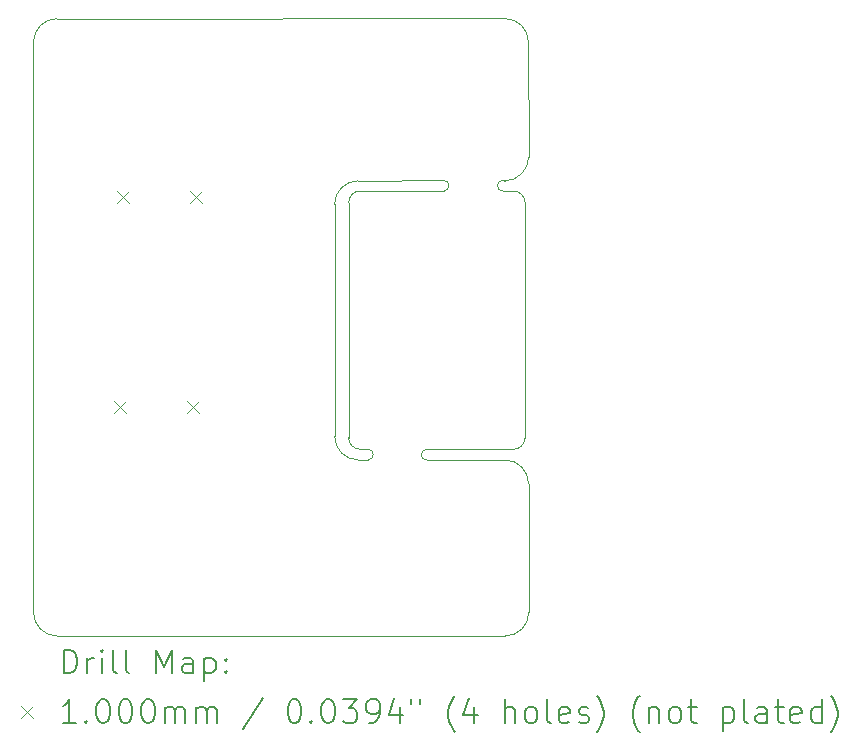
<source format=gbr>
%TF.GenerationSoftware,KiCad,Pcbnew,8.0.4*%
%TF.CreationDate,2024-08-25T20:18:55-07:00*%
%TF.ProjectId,Croissant,43726f69-7373-4616-9e74-2e6b69636164,rev?*%
%TF.SameCoordinates,Original*%
%TF.FileFunction,Drillmap*%
%TF.FilePolarity,Positive*%
%FSLAX45Y45*%
G04 Gerber Fmt 4.5, Leading zero omitted, Abs format (unit mm)*
G04 Created by KiCad (PCBNEW 8.0.4) date 2024-08-25 20:18:55*
%MOMM*%
%LPD*%
G01*
G04 APERTURE LIST*
%ADD10C,0.050000*%
%ADD11C,0.100000*%
%ADD12C,0.200000*%
G04 APERTURE END LIST*
D10*
X8773544Y-5932380D02*
G75*
G02*
X8773544Y-5842760I6J44810D01*
G01*
D11*
X7549480Y-8209528D02*
X7632610Y-8209814D01*
D10*
X8862358Y-5932472D02*
G75*
G02*
X8962358Y-6032472I2J-99998D01*
G01*
X8773544Y-5932380D02*
X8862358Y-5932472D01*
X7567838Y-5932472D02*
X8273544Y-5932380D01*
D11*
X8793979Y-9700000D02*
X5000000Y-9700000D01*
D10*
X7632610Y-8120186D02*
X7567838Y-8120000D01*
X7467838Y-6032472D02*
G75*
G02*
X7567838Y-5932468I100002J2D01*
G01*
X8862358Y-8120000D02*
X8128000Y-8120186D01*
D11*
X8991400Y-5646000D02*
G75*
G02*
X8791400Y-5846000I-200010J10D01*
G01*
D10*
X8962358Y-6032472D02*
X8962358Y-8020000D01*
D11*
X8991301Y-4672061D02*
X8991400Y-5646000D01*
X5000000Y-4473000D02*
X8791301Y-4472061D01*
X7349480Y-6046000D02*
X7349480Y-8009528D01*
X8791400Y-8209528D02*
G75*
G02*
X8991402Y-8409528I0J-200002D01*
G01*
D10*
X8273544Y-5842752D02*
G75*
G02*
X8273544Y-5932388I6J-44818D01*
G01*
X8962358Y-8020000D02*
G75*
G02*
X8862358Y-8119998I-99998J0D01*
G01*
X7467838Y-8020000D02*
X7467838Y-6032472D01*
D11*
X4800000Y-9500000D02*
X4800000Y-4673000D01*
X5000000Y-9700000D02*
G75*
G02*
X4800000Y-9500000I0J200000D01*
G01*
D10*
X8128000Y-8209814D02*
G75*
G02*
X8128000Y-8120186I0J44814D01*
G01*
D11*
X8993979Y-9500000D02*
G75*
G02*
X8793979Y-9699999I-199999J0D01*
G01*
X8273544Y-5842752D02*
X7549480Y-5846000D01*
X8991400Y-8409528D02*
X8993979Y-9500000D01*
D10*
X7567838Y-8120000D02*
G75*
G02*
X7467840Y-8020000I2J100000D01*
G01*
X7632610Y-8120186D02*
G75*
G02*
X7632610Y-8209814I0J-44814D01*
G01*
D11*
X4800000Y-4673000D02*
G75*
G02*
X5000000Y-4473000I200000J0D01*
G01*
X7349480Y-6046000D02*
G75*
G02*
X7549480Y-5846000I200000J0D01*
G01*
X7549480Y-8209528D02*
G75*
G02*
X7349482Y-8009528I0J199998D01*
G01*
X8791400Y-5846000D02*
X8773544Y-5842752D01*
X8791301Y-4472061D02*
G75*
G02*
X8991299Y-4672061I-1J-199999D01*
G01*
X8128000Y-8209814D02*
X8791400Y-8209528D01*
D12*
D11*
X5484000Y-7715000D02*
X5584000Y-7815000D01*
X5584000Y-7715000D02*
X5484000Y-7815000D01*
X5509111Y-5935936D02*
X5609111Y-6035936D01*
X5609111Y-5935936D02*
X5509111Y-6035936D01*
X6099000Y-7715000D02*
X6199000Y-7815000D01*
X6199000Y-7715000D02*
X6099000Y-7815000D01*
X6124111Y-5935936D02*
X6224111Y-6035936D01*
X6224111Y-5935936D02*
X6124111Y-6035936D01*
D12*
X5055777Y-10016484D02*
X5055777Y-9816484D01*
X5055777Y-9816484D02*
X5103396Y-9816484D01*
X5103396Y-9816484D02*
X5131967Y-9826008D01*
X5131967Y-9826008D02*
X5151015Y-9845055D01*
X5151015Y-9845055D02*
X5160539Y-9864103D01*
X5160539Y-9864103D02*
X5170063Y-9902198D01*
X5170063Y-9902198D02*
X5170063Y-9930770D01*
X5170063Y-9930770D02*
X5160539Y-9968865D01*
X5160539Y-9968865D02*
X5151015Y-9987912D01*
X5151015Y-9987912D02*
X5131967Y-10006960D01*
X5131967Y-10006960D02*
X5103396Y-10016484D01*
X5103396Y-10016484D02*
X5055777Y-10016484D01*
X5255777Y-10016484D02*
X5255777Y-9883150D01*
X5255777Y-9921246D02*
X5265301Y-9902198D01*
X5265301Y-9902198D02*
X5274824Y-9892674D01*
X5274824Y-9892674D02*
X5293872Y-9883150D01*
X5293872Y-9883150D02*
X5312920Y-9883150D01*
X5379586Y-10016484D02*
X5379586Y-9883150D01*
X5379586Y-9816484D02*
X5370063Y-9826008D01*
X5370063Y-9826008D02*
X5379586Y-9835531D01*
X5379586Y-9835531D02*
X5389110Y-9826008D01*
X5389110Y-9826008D02*
X5379586Y-9816484D01*
X5379586Y-9816484D02*
X5379586Y-9835531D01*
X5503396Y-10016484D02*
X5484348Y-10006960D01*
X5484348Y-10006960D02*
X5474824Y-9987912D01*
X5474824Y-9987912D02*
X5474824Y-9816484D01*
X5608158Y-10016484D02*
X5589110Y-10006960D01*
X5589110Y-10006960D02*
X5579586Y-9987912D01*
X5579586Y-9987912D02*
X5579586Y-9816484D01*
X5836729Y-10016484D02*
X5836729Y-9816484D01*
X5836729Y-9816484D02*
X5903396Y-9959341D01*
X5903396Y-9959341D02*
X5970062Y-9816484D01*
X5970062Y-9816484D02*
X5970062Y-10016484D01*
X6151015Y-10016484D02*
X6151015Y-9911722D01*
X6151015Y-9911722D02*
X6141491Y-9892674D01*
X6141491Y-9892674D02*
X6122443Y-9883150D01*
X6122443Y-9883150D02*
X6084348Y-9883150D01*
X6084348Y-9883150D02*
X6065301Y-9892674D01*
X6151015Y-10006960D02*
X6131967Y-10016484D01*
X6131967Y-10016484D02*
X6084348Y-10016484D01*
X6084348Y-10016484D02*
X6065301Y-10006960D01*
X6065301Y-10006960D02*
X6055777Y-9987912D01*
X6055777Y-9987912D02*
X6055777Y-9968865D01*
X6055777Y-9968865D02*
X6065301Y-9949817D01*
X6065301Y-9949817D02*
X6084348Y-9940293D01*
X6084348Y-9940293D02*
X6131967Y-9940293D01*
X6131967Y-9940293D02*
X6151015Y-9930770D01*
X6246253Y-9883150D02*
X6246253Y-10083150D01*
X6246253Y-9892674D02*
X6265301Y-9883150D01*
X6265301Y-9883150D02*
X6303396Y-9883150D01*
X6303396Y-9883150D02*
X6322443Y-9892674D01*
X6322443Y-9892674D02*
X6331967Y-9902198D01*
X6331967Y-9902198D02*
X6341491Y-9921246D01*
X6341491Y-9921246D02*
X6341491Y-9978389D01*
X6341491Y-9978389D02*
X6331967Y-9997436D01*
X6331967Y-9997436D02*
X6322443Y-10006960D01*
X6322443Y-10006960D02*
X6303396Y-10016484D01*
X6303396Y-10016484D02*
X6265301Y-10016484D01*
X6265301Y-10016484D02*
X6246253Y-10006960D01*
X6427205Y-9997436D02*
X6436729Y-10006960D01*
X6436729Y-10006960D02*
X6427205Y-10016484D01*
X6427205Y-10016484D02*
X6417682Y-10006960D01*
X6417682Y-10006960D02*
X6427205Y-9997436D01*
X6427205Y-9997436D02*
X6427205Y-10016484D01*
X6427205Y-9892674D02*
X6436729Y-9902198D01*
X6436729Y-9902198D02*
X6427205Y-9911722D01*
X6427205Y-9911722D02*
X6417682Y-9902198D01*
X6417682Y-9902198D02*
X6427205Y-9892674D01*
X6427205Y-9892674D02*
X6427205Y-9911722D01*
D11*
X4695000Y-10295000D02*
X4795000Y-10395000D01*
X4795000Y-10295000D02*
X4695000Y-10395000D01*
D12*
X5160539Y-10436484D02*
X5046253Y-10436484D01*
X5103396Y-10436484D02*
X5103396Y-10236484D01*
X5103396Y-10236484D02*
X5084348Y-10265055D01*
X5084348Y-10265055D02*
X5065301Y-10284103D01*
X5065301Y-10284103D02*
X5046253Y-10293627D01*
X5246253Y-10417436D02*
X5255777Y-10426960D01*
X5255777Y-10426960D02*
X5246253Y-10436484D01*
X5246253Y-10436484D02*
X5236729Y-10426960D01*
X5236729Y-10426960D02*
X5246253Y-10417436D01*
X5246253Y-10417436D02*
X5246253Y-10436484D01*
X5379586Y-10236484D02*
X5398634Y-10236484D01*
X5398634Y-10236484D02*
X5417682Y-10246008D01*
X5417682Y-10246008D02*
X5427205Y-10255531D01*
X5427205Y-10255531D02*
X5436729Y-10274579D01*
X5436729Y-10274579D02*
X5446253Y-10312674D01*
X5446253Y-10312674D02*
X5446253Y-10360293D01*
X5446253Y-10360293D02*
X5436729Y-10398389D01*
X5436729Y-10398389D02*
X5427205Y-10417436D01*
X5427205Y-10417436D02*
X5417682Y-10426960D01*
X5417682Y-10426960D02*
X5398634Y-10436484D01*
X5398634Y-10436484D02*
X5379586Y-10436484D01*
X5379586Y-10436484D02*
X5360539Y-10426960D01*
X5360539Y-10426960D02*
X5351015Y-10417436D01*
X5351015Y-10417436D02*
X5341491Y-10398389D01*
X5341491Y-10398389D02*
X5331967Y-10360293D01*
X5331967Y-10360293D02*
X5331967Y-10312674D01*
X5331967Y-10312674D02*
X5341491Y-10274579D01*
X5341491Y-10274579D02*
X5351015Y-10255531D01*
X5351015Y-10255531D02*
X5360539Y-10246008D01*
X5360539Y-10246008D02*
X5379586Y-10236484D01*
X5570063Y-10236484D02*
X5589110Y-10236484D01*
X5589110Y-10236484D02*
X5608158Y-10246008D01*
X5608158Y-10246008D02*
X5617682Y-10255531D01*
X5617682Y-10255531D02*
X5627205Y-10274579D01*
X5627205Y-10274579D02*
X5636729Y-10312674D01*
X5636729Y-10312674D02*
X5636729Y-10360293D01*
X5636729Y-10360293D02*
X5627205Y-10398389D01*
X5627205Y-10398389D02*
X5617682Y-10417436D01*
X5617682Y-10417436D02*
X5608158Y-10426960D01*
X5608158Y-10426960D02*
X5589110Y-10436484D01*
X5589110Y-10436484D02*
X5570063Y-10436484D01*
X5570063Y-10436484D02*
X5551015Y-10426960D01*
X5551015Y-10426960D02*
X5541491Y-10417436D01*
X5541491Y-10417436D02*
X5531967Y-10398389D01*
X5531967Y-10398389D02*
X5522444Y-10360293D01*
X5522444Y-10360293D02*
X5522444Y-10312674D01*
X5522444Y-10312674D02*
X5531967Y-10274579D01*
X5531967Y-10274579D02*
X5541491Y-10255531D01*
X5541491Y-10255531D02*
X5551015Y-10246008D01*
X5551015Y-10246008D02*
X5570063Y-10236484D01*
X5760539Y-10236484D02*
X5779586Y-10236484D01*
X5779586Y-10236484D02*
X5798634Y-10246008D01*
X5798634Y-10246008D02*
X5808158Y-10255531D01*
X5808158Y-10255531D02*
X5817682Y-10274579D01*
X5817682Y-10274579D02*
X5827205Y-10312674D01*
X5827205Y-10312674D02*
X5827205Y-10360293D01*
X5827205Y-10360293D02*
X5817682Y-10398389D01*
X5817682Y-10398389D02*
X5808158Y-10417436D01*
X5808158Y-10417436D02*
X5798634Y-10426960D01*
X5798634Y-10426960D02*
X5779586Y-10436484D01*
X5779586Y-10436484D02*
X5760539Y-10436484D01*
X5760539Y-10436484D02*
X5741491Y-10426960D01*
X5741491Y-10426960D02*
X5731967Y-10417436D01*
X5731967Y-10417436D02*
X5722443Y-10398389D01*
X5722443Y-10398389D02*
X5712920Y-10360293D01*
X5712920Y-10360293D02*
X5712920Y-10312674D01*
X5712920Y-10312674D02*
X5722443Y-10274579D01*
X5722443Y-10274579D02*
X5731967Y-10255531D01*
X5731967Y-10255531D02*
X5741491Y-10246008D01*
X5741491Y-10246008D02*
X5760539Y-10236484D01*
X5912920Y-10436484D02*
X5912920Y-10303150D01*
X5912920Y-10322198D02*
X5922443Y-10312674D01*
X5922443Y-10312674D02*
X5941491Y-10303150D01*
X5941491Y-10303150D02*
X5970063Y-10303150D01*
X5970063Y-10303150D02*
X5989110Y-10312674D01*
X5989110Y-10312674D02*
X5998634Y-10331722D01*
X5998634Y-10331722D02*
X5998634Y-10436484D01*
X5998634Y-10331722D02*
X6008158Y-10312674D01*
X6008158Y-10312674D02*
X6027205Y-10303150D01*
X6027205Y-10303150D02*
X6055777Y-10303150D01*
X6055777Y-10303150D02*
X6074824Y-10312674D01*
X6074824Y-10312674D02*
X6084348Y-10331722D01*
X6084348Y-10331722D02*
X6084348Y-10436484D01*
X6179586Y-10436484D02*
X6179586Y-10303150D01*
X6179586Y-10322198D02*
X6189110Y-10312674D01*
X6189110Y-10312674D02*
X6208158Y-10303150D01*
X6208158Y-10303150D02*
X6236729Y-10303150D01*
X6236729Y-10303150D02*
X6255777Y-10312674D01*
X6255777Y-10312674D02*
X6265301Y-10331722D01*
X6265301Y-10331722D02*
X6265301Y-10436484D01*
X6265301Y-10331722D02*
X6274824Y-10312674D01*
X6274824Y-10312674D02*
X6293872Y-10303150D01*
X6293872Y-10303150D02*
X6322443Y-10303150D01*
X6322443Y-10303150D02*
X6341491Y-10312674D01*
X6341491Y-10312674D02*
X6351015Y-10331722D01*
X6351015Y-10331722D02*
X6351015Y-10436484D01*
X6741491Y-10226960D02*
X6570063Y-10484103D01*
X6998634Y-10236484D02*
X7017682Y-10236484D01*
X7017682Y-10236484D02*
X7036729Y-10246008D01*
X7036729Y-10246008D02*
X7046253Y-10255531D01*
X7046253Y-10255531D02*
X7055777Y-10274579D01*
X7055777Y-10274579D02*
X7065301Y-10312674D01*
X7065301Y-10312674D02*
X7065301Y-10360293D01*
X7065301Y-10360293D02*
X7055777Y-10398389D01*
X7055777Y-10398389D02*
X7046253Y-10417436D01*
X7046253Y-10417436D02*
X7036729Y-10426960D01*
X7036729Y-10426960D02*
X7017682Y-10436484D01*
X7017682Y-10436484D02*
X6998634Y-10436484D01*
X6998634Y-10436484D02*
X6979586Y-10426960D01*
X6979586Y-10426960D02*
X6970063Y-10417436D01*
X6970063Y-10417436D02*
X6960539Y-10398389D01*
X6960539Y-10398389D02*
X6951015Y-10360293D01*
X6951015Y-10360293D02*
X6951015Y-10312674D01*
X6951015Y-10312674D02*
X6960539Y-10274579D01*
X6960539Y-10274579D02*
X6970063Y-10255531D01*
X6970063Y-10255531D02*
X6979586Y-10246008D01*
X6979586Y-10246008D02*
X6998634Y-10236484D01*
X7151015Y-10417436D02*
X7160539Y-10426960D01*
X7160539Y-10426960D02*
X7151015Y-10436484D01*
X7151015Y-10436484D02*
X7141491Y-10426960D01*
X7141491Y-10426960D02*
X7151015Y-10417436D01*
X7151015Y-10417436D02*
X7151015Y-10436484D01*
X7284348Y-10236484D02*
X7303396Y-10236484D01*
X7303396Y-10236484D02*
X7322444Y-10246008D01*
X7322444Y-10246008D02*
X7331967Y-10255531D01*
X7331967Y-10255531D02*
X7341491Y-10274579D01*
X7341491Y-10274579D02*
X7351015Y-10312674D01*
X7351015Y-10312674D02*
X7351015Y-10360293D01*
X7351015Y-10360293D02*
X7341491Y-10398389D01*
X7341491Y-10398389D02*
X7331967Y-10417436D01*
X7331967Y-10417436D02*
X7322444Y-10426960D01*
X7322444Y-10426960D02*
X7303396Y-10436484D01*
X7303396Y-10436484D02*
X7284348Y-10436484D01*
X7284348Y-10436484D02*
X7265301Y-10426960D01*
X7265301Y-10426960D02*
X7255777Y-10417436D01*
X7255777Y-10417436D02*
X7246253Y-10398389D01*
X7246253Y-10398389D02*
X7236729Y-10360293D01*
X7236729Y-10360293D02*
X7236729Y-10312674D01*
X7236729Y-10312674D02*
X7246253Y-10274579D01*
X7246253Y-10274579D02*
X7255777Y-10255531D01*
X7255777Y-10255531D02*
X7265301Y-10246008D01*
X7265301Y-10246008D02*
X7284348Y-10236484D01*
X7417682Y-10236484D02*
X7541491Y-10236484D01*
X7541491Y-10236484D02*
X7474825Y-10312674D01*
X7474825Y-10312674D02*
X7503396Y-10312674D01*
X7503396Y-10312674D02*
X7522444Y-10322198D01*
X7522444Y-10322198D02*
X7531967Y-10331722D01*
X7531967Y-10331722D02*
X7541491Y-10350770D01*
X7541491Y-10350770D02*
X7541491Y-10398389D01*
X7541491Y-10398389D02*
X7531967Y-10417436D01*
X7531967Y-10417436D02*
X7522444Y-10426960D01*
X7522444Y-10426960D02*
X7503396Y-10436484D01*
X7503396Y-10436484D02*
X7446253Y-10436484D01*
X7446253Y-10436484D02*
X7427206Y-10426960D01*
X7427206Y-10426960D02*
X7417682Y-10417436D01*
X7636729Y-10436484D02*
X7674825Y-10436484D01*
X7674825Y-10436484D02*
X7693872Y-10426960D01*
X7693872Y-10426960D02*
X7703396Y-10417436D01*
X7703396Y-10417436D02*
X7722444Y-10388865D01*
X7722444Y-10388865D02*
X7731967Y-10350770D01*
X7731967Y-10350770D02*
X7731967Y-10274579D01*
X7731967Y-10274579D02*
X7722444Y-10255531D01*
X7722444Y-10255531D02*
X7712920Y-10246008D01*
X7712920Y-10246008D02*
X7693872Y-10236484D01*
X7693872Y-10236484D02*
X7655777Y-10236484D01*
X7655777Y-10236484D02*
X7636729Y-10246008D01*
X7636729Y-10246008D02*
X7627206Y-10255531D01*
X7627206Y-10255531D02*
X7617682Y-10274579D01*
X7617682Y-10274579D02*
X7617682Y-10322198D01*
X7617682Y-10322198D02*
X7627206Y-10341246D01*
X7627206Y-10341246D02*
X7636729Y-10350770D01*
X7636729Y-10350770D02*
X7655777Y-10360293D01*
X7655777Y-10360293D02*
X7693872Y-10360293D01*
X7693872Y-10360293D02*
X7712920Y-10350770D01*
X7712920Y-10350770D02*
X7722444Y-10341246D01*
X7722444Y-10341246D02*
X7731967Y-10322198D01*
X7903396Y-10303150D02*
X7903396Y-10436484D01*
X7855777Y-10226960D02*
X7808158Y-10369817D01*
X7808158Y-10369817D02*
X7931967Y-10369817D01*
X7998634Y-10236484D02*
X7998634Y-10274579D01*
X8074825Y-10236484D02*
X8074825Y-10274579D01*
X8370063Y-10512674D02*
X8360539Y-10503150D01*
X8360539Y-10503150D02*
X8341491Y-10474579D01*
X8341491Y-10474579D02*
X8331968Y-10455531D01*
X8331968Y-10455531D02*
X8322444Y-10426960D01*
X8322444Y-10426960D02*
X8312920Y-10379341D01*
X8312920Y-10379341D02*
X8312920Y-10341246D01*
X8312920Y-10341246D02*
X8322444Y-10293627D01*
X8322444Y-10293627D02*
X8331968Y-10265055D01*
X8331968Y-10265055D02*
X8341491Y-10246008D01*
X8341491Y-10246008D02*
X8360539Y-10217436D01*
X8360539Y-10217436D02*
X8370063Y-10207912D01*
X8531968Y-10303150D02*
X8531968Y-10436484D01*
X8484349Y-10226960D02*
X8436730Y-10369817D01*
X8436730Y-10369817D02*
X8560539Y-10369817D01*
X8789111Y-10436484D02*
X8789111Y-10236484D01*
X8874825Y-10436484D02*
X8874825Y-10331722D01*
X8874825Y-10331722D02*
X8865301Y-10312674D01*
X8865301Y-10312674D02*
X8846253Y-10303150D01*
X8846253Y-10303150D02*
X8817682Y-10303150D01*
X8817682Y-10303150D02*
X8798634Y-10312674D01*
X8798634Y-10312674D02*
X8789111Y-10322198D01*
X8998634Y-10436484D02*
X8979587Y-10426960D01*
X8979587Y-10426960D02*
X8970063Y-10417436D01*
X8970063Y-10417436D02*
X8960539Y-10398389D01*
X8960539Y-10398389D02*
X8960539Y-10341246D01*
X8960539Y-10341246D02*
X8970063Y-10322198D01*
X8970063Y-10322198D02*
X8979587Y-10312674D01*
X8979587Y-10312674D02*
X8998634Y-10303150D01*
X8998634Y-10303150D02*
X9027206Y-10303150D01*
X9027206Y-10303150D02*
X9046253Y-10312674D01*
X9046253Y-10312674D02*
X9055777Y-10322198D01*
X9055777Y-10322198D02*
X9065301Y-10341246D01*
X9065301Y-10341246D02*
X9065301Y-10398389D01*
X9065301Y-10398389D02*
X9055777Y-10417436D01*
X9055777Y-10417436D02*
X9046253Y-10426960D01*
X9046253Y-10426960D02*
X9027206Y-10436484D01*
X9027206Y-10436484D02*
X8998634Y-10436484D01*
X9179587Y-10436484D02*
X9160539Y-10426960D01*
X9160539Y-10426960D02*
X9151015Y-10407912D01*
X9151015Y-10407912D02*
X9151015Y-10236484D01*
X9331968Y-10426960D02*
X9312920Y-10436484D01*
X9312920Y-10436484D02*
X9274825Y-10436484D01*
X9274825Y-10436484D02*
X9255777Y-10426960D01*
X9255777Y-10426960D02*
X9246253Y-10407912D01*
X9246253Y-10407912D02*
X9246253Y-10331722D01*
X9246253Y-10331722D02*
X9255777Y-10312674D01*
X9255777Y-10312674D02*
X9274825Y-10303150D01*
X9274825Y-10303150D02*
X9312920Y-10303150D01*
X9312920Y-10303150D02*
X9331968Y-10312674D01*
X9331968Y-10312674D02*
X9341492Y-10331722D01*
X9341492Y-10331722D02*
X9341492Y-10350770D01*
X9341492Y-10350770D02*
X9246253Y-10369817D01*
X9417682Y-10426960D02*
X9436730Y-10436484D01*
X9436730Y-10436484D02*
X9474825Y-10436484D01*
X9474825Y-10436484D02*
X9493873Y-10426960D01*
X9493873Y-10426960D02*
X9503396Y-10407912D01*
X9503396Y-10407912D02*
X9503396Y-10398389D01*
X9503396Y-10398389D02*
X9493873Y-10379341D01*
X9493873Y-10379341D02*
X9474825Y-10369817D01*
X9474825Y-10369817D02*
X9446253Y-10369817D01*
X9446253Y-10369817D02*
X9427206Y-10360293D01*
X9427206Y-10360293D02*
X9417682Y-10341246D01*
X9417682Y-10341246D02*
X9417682Y-10331722D01*
X9417682Y-10331722D02*
X9427206Y-10312674D01*
X9427206Y-10312674D02*
X9446253Y-10303150D01*
X9446253Y-10303150D02*
X9474825Y-10303150D01*
X9474825Y-10303150D02*
X9493873Y-10312674D01*
X9570063Y-10512674D02*
X9579587Y-10503150D01*
X9579587Y-10503150D02*
X9598634Y-10474579D01*
X9598634Y-10474579D02*
X9608158Y-10455531D01*
X9608158Y-10455531D02*
X9617682Y-10426960D01*
X9617682Y-10426960D02*
X9627206Y-10379341D01*
X9627206Y-10379341D02*
X9627206Y-10341246D01*
X9627206Y-10341246D02*
X9617682Y-10293627D01*
X9617682Y-10293627D02*
X9608158Y-10265055D01*
X9608158Y-10265055D02*
X9598634Y-10246008D01*
X9598634Y-10246008D02*
X9579587Y-10217436D01*
X9579587Y-10217436D02*
X9570063Y-10207912D01*
X9931968Y-10512674D02*
X9922444Y-10503150D01*
X9922444Y-10503150D02*
X9903396Y-10474579D01*
X9903396Y-10474579D02*
X9893873Y-10455531D01*
X9893873Y-10455531D02*
X9884349Y-10426960D01*
X9884349Y-10426960D02*
X9874825Y-10379341D01*
X9874825Y-10379341D02*
X9874825Y-10341246D01*
X9874825Y-10341246D02*
X9884349Y-10293627D01*
X9884349Y-10293627D02*
X9893873Y-10265055D01*
X9893873Y-10265055D02*
X9903396Y-10246008D01*
X9903396Y-10246008D02*
X9922444Y-10217436D01*
X9922444Y-10217436D02*
X9931968Y-10207912D01*
X10008158Y-10303150D02*
X10008158Y-10436484D01*
X10008158Y-10322198D02*
X10017682Y-10312674D01*
X10017682Y-10312674D02*
X10036730Y-10303150D01*
X10036730Y-10303150D02*
X10065301Y-10303150D01*
X10065301Y-10303150D02*
X10084349Y-10312674D01*
X10084349Y-10312674D02*
X10093873Y-10331722D01*
X10093873Y-10331722D02*
X10093873Y-10436484D01*
X10217682Y-10436484D02*
X10198634Y-10426960D01*
X10198634Y-10426960D02*
X10189111Y-10417436D01*
X10189111Y-10417436D02*
X10179587Y-10398389D01*
X10179587Y-10398389D02*
X10179587Y-10341246D01*
X10179587Y-10341246D02*
X10189111Y-10322198D01*
X10189111Y-10322198D02*
X10198634Y-10312674D01*
X10198634Y-10312674D02*
X10217682Y-10303150D01*
X10217682Y-10303150D02*
X10246254Y-10303150D01*
X10246254Y-10303150D02*
X10265301Y-10312674D01*
X10265301Y-10312674D02*
X10274825Y-10322198D01*
X10274825Y-10322198D02*
X10284349Y-10341246D01*
X10284349Y-10341246D02*
X10284349Y-10398389D01*
X10284349Y-10398389D02*
X10274825Y-10417436D01*
X10274825Y-10417436D02*
X10265301Y-10426960D01*
X10265301Y-10426960D02*
X10246254Y-10436484D01*
X10246254Y-10436484D02*
X10217682Y-10436484D01*
X10341492Y-10303150D02*
X10417682Y-10303150D01*
X10370063Y-10236484D02*
X10370063Y-10407912D01*
X10370063Y-10407912D02*
X10379587Y-10426960D01*
X10379587Y-10426960D02*
X10398634Y-10436484D01*
X10398634Y-10436484D02*
X10417682Y-10436484D01*
X10636730Y-10303150D02*
X10636730Y-10503150D01*
X10636730Y-10312674D02*
X10655777Y-10303150D01*
X10655777Y-10303150D02*
X10693873Y-10303150D01*
X10693873Y-10303150D02*
X10712920Y-10312674D01*
X10712920Y-10312674D02*
X10722444Y-10322198D01*
X10722444Y-10322198D02*
X10731968Y-10341246D01*
X10731968Y-10341246D02*
X10731968Y-10398389D01*
X10731968Y-10398389D02*
X10722444Y-10417436D01*
X10722444Y-10417436D02*
X10712920Y-10426960D01*
X10712920Y-10426960D02*
X10693873Y-10436484D01*
X10693873Y-10436484D02*
X10655777Y-10436484D01*
X10655777Y-10436484D02*
X10636730Y-10426960D01*
X10846254Y-10436484D02*
X10827206Y-10426960D01*
X10827206Y-10426960D02*
X10817682Y-10407912D01*
X10817682Y-10407912D02*
X10817682Y-10236484D01*
X11008158Y-10436484D02*
X11008158Y-10331722D01*
X11008158Y-10331722D02*
X10998635Y-10312674D01*
X10998635Y-10312674D02*
X10979587Y-10303150D01*
X10979587Y-10303150D02*
X10941492Y-10303150D01*
X10941492Y-10303150D02*
X10922444Y-10312674D01*
X11008158Y-10426960D02*
X10989111Y-10436484D01*
X10989111Y-10436484D02*
X10941492Y-10436484D01*
X10941492Y-10436484D02*
X10922444Y-10426960D01*
X10922444Y-10426960D02*
X10912920Y-10407912D01*
X10912920Y-10407912D02*
X10912920Y-10388865D01*
X10912920Y-10388865D02*
X10922444Y-10369817D01*
X10922444Y-10369817D02*
X10941492Y-10360293D01*
X10941492Y-10360293D02*
X10989111Y-10360293D01*
X10989111Y-10360293D02*
X11008158Y-10350770D01*
X11074825Y-10303150D02*
X11151015Y-10303150D01*
X11103396Y-10236484D02*
X11103396Y-10407912D01*
X11103396Y-10407912D02*
X11112920Y-10426960D01*
X11112920Y-10426960D02*
X11131968Y-10436484D01*
X11131968Y-10436484D02*
X11151015Y-10436484D01*
X11293873Y-10426960D02*
X11274825Y-10436484D01*
X11274825Y-10436484D02*
X11236730Y-10436484D01*
X11236730Y-10436484D02*
X11217682Y-10426960D01*
X11217682Y-10426960D02*
X11208158Y-10407912D01*
X11208158Y-10407912D02*
X11208158Y-10331722D01*
X11208158Y-10331722D02*
X11217682Y-10312674D01*
X11217682Y-10312674D02*
X11236730Y-10303150D01*
X11236730Y-10303150D02*
X11274825Y-10303150D01*
X11274825Y-10303150D02*
X11293873Y-10312674D01*
X11293873Y-10312674D02*
X11303396Y-10331722D01*
X11303396Y-10331722D02*
X11303396Y-10350770D01*
X11303396Y-10350770D02*
X11208158Y-10369817D01*
X11474825Y-10436484D02*
X11474825Y-10236484D01*
X11474825Y-10426960D02*
X11455777Y-10436484D01*
X11455777Y-10436484D02*
X11417682Y-10436484D01*
X11417682Y-10436484D02*
X11398634Y-10426960D01*
X11398634Y-10426960D02*
X11389111Y-10417436D01*
X11389111Y-10417436D02*
X11379587Y-10398389D01*
X11379587Y-10398389D02*
X11379587Y-10341246D01*
X11379587Y-10341246D02*
X11389111Y-10322198D01*
X11389111Y-10322198D02*
X11398634Y-10312674D01*
X11398634Y-10312674D02*
X11417682Y-10303150D01*
X11417682Y-10303150D02*
X11455777Y-10303150D01*
X11455777Y-10303150D02*
X11474825Y-10312674D01*
X11551015Y-10512674D02*
X11560539Y-10503150D01*
X11560539Y-10503150D02*
X11579587Y-10474579D01*
X11579587Y-10474579D02*
X11589111Y-10455531D01*
X11589111Y-10455531D02*
X11598634Y-10426960D01*
X11598634Y-10426960D02*
X11608158Y-10379341D01*
X11608158Y-10379341D02*
X11608158Y-10341246D01*
X11608158Y-10341246D02*
X11598634Y-10293627D01*
X11598634Y-10293627D02*
X11589111Y-10265055D01*
X11589111Y-10265055D02*
X11579587Y-10246008D01*
X11579587Y-10246008D02*
X11560539Y-10217436D01*
X11560539Y-10217436D02*
X11551015Y-10207912D01*
M02*

</source>
